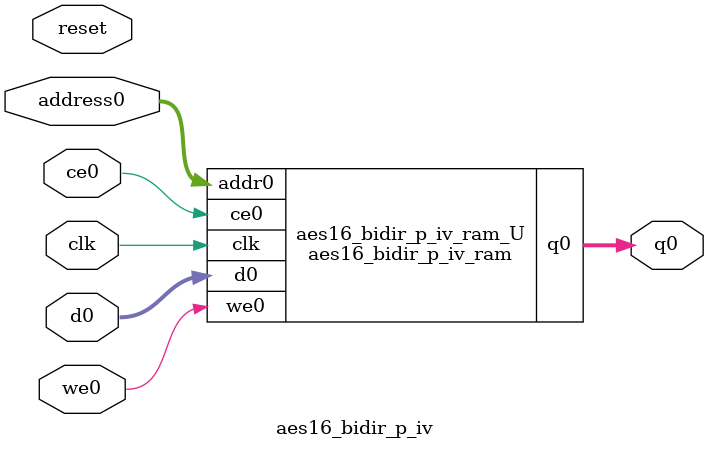
<source format=v>
`timescale 1 ns / 1 ps
module aes16_bidir_p_iv_ram (addr0, ce0, d0, we0, q0,  clk);

parameter DWIDTH = 8;
parameter AWIDTH = 4;
parameter MEM_SIZE = 16;

input[AWIDTH-1:0] addr0;
input ce0;
input[DWIDTH-1:0] d0;
input we0;
output reg[DWIDTH-1:0] q0;
input clk;

(* ram_style = "distributed" *)reg [DWIDTH-1:0] ram[0:MEM_SIZE-1];




always @(posedge clk)  
begin 
    if (ce0) 
    begin
        if (we0) 
        begin 
            ram[addr0] <= d0; 
        end 
        q0 <= ram[addr0];
    end
end


endmodule

`timescale 1 ns / 1 ps
module aes16_bidir_p_iv(
    reset,
    clk,
    address0,
    ce0,
    we0,
    d0,
    q0);

parameter DataWidth = 32'd8;
parameter AddressRange = 32'd16;
parameter AddressWidth = 32'd4;
input reset;
input clk;
input[AddressWidth - 1:0] address0;
input ce0;
input we0;
input[DataWidth - 1:0] d0;
output[DataWidth - 1:0] q0;



aes16_bidir_p_iv_ram aes16_bidir_p_iv_ram_U(
    .clk( clk ),
    .addr0( address0 ),
    .ce0( ce0 ),
    .we0( we0 ),
    .d0( d0 ),
    .q0( q0 ));

endmodule


</source>
